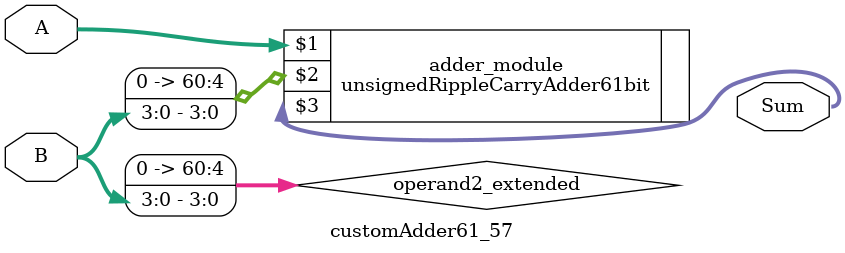
<source format=v>
module customAdder61_57(
                        input [60 : 0] A,
                        input [3 : 0] B,
                        
                        output [61 : 0] Sum
                );

        wire [60 : 0] operand2_extended;
        
        assign operand2_extended =  {57'b0, B};
        
        unsignedRippleCarryAdder61bit adder_module(
            A,
            operand2_extended,
            Sum
        );
        
        endmodule
        
</source>
